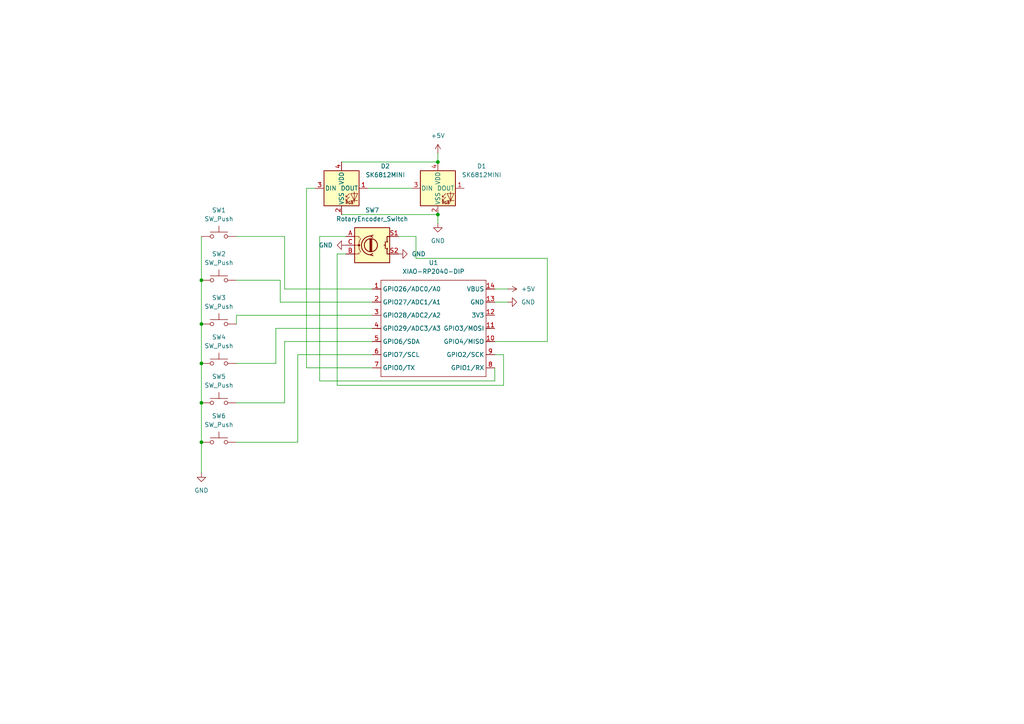
<source format=kicad_sch>
(kicad_sch (version 20250114) (generator "eeschema") (generator_version "9.0")
  (paper "A4")
  (lib_symbols
    (symbol "Device:RotaryEncoder_Switch" (pin_names (offset 0.254) (hide yes))
      (property "Reference" "SW" (at 0 6.604 0))
      (property "Value" "RotaryEncoder_Switch" (at 0 -6.604 0))
      (symbol "RotaryEncoder_Switch_0_1"
        (rectangle (start -5.08 5.08) (end 5.08 -5.08) (stroke (width 0.254)) (fill (type background)))
        (polyline (pts (xy -5.08 2.54) (xy -3.81 2.54) (xy -3.81 2.032)))
        (polyline (pts (xy -5.08 0) (xy -3.81 0) (xy -3.81 -1.016) (xy -3.302 -2.032)))
        (polyline (pts (xy -5.08 -2.54) (xy -3.81 -2.54) (xy -3.81 -2.032)))
        (polyline (pts (xy -4.318 0) (xy -3.81 0) (xy -3.81 1.016) (xy -3.302 2.032)))
        (circle (center -3.81 0) (radius 0.254) (fill (type outline)))
        (polyline (pts (xy -0.635 -1.778) (xy -0.635 1.778)) (stroke (width 0.254)))
        (circle (center -0.381 0) (radius 1.905) (stroke (width 0.254)))
        (polyline (pts (xy -0.381 -1.778) (xy -0.381 1.778)) (stroke (width 0.254)))
        (arc (start -0.381 -2.794) (mid -3.0988 -0.0635) (end -0.381 2.667) (stroke (width 0.254)))
        (polyline (pts (xy -0.127 1.778) (xy -0.127 -1.778)) (stroke (width 0.254)))
        (polyline (pts (xy 0.254 2.921) (xy -0.508 2.667) (xy 0.127 2.286)) (stroke (width 0.254)))
        (polyline (pts (xy 0.254 -3.048) (xy -0.508 -2.794) (xy 0.127 -2.413)) (stroke (width 0.254)))
        (polyline (pts (xy 3.81 1.016) (xy 3.81 -1.016)) (stroke (width 0.254)))
        (polyline (pts (xy 3.81 0) (xy 3.429 0)) (stroke (width 0.254)))
        (circle (center 4.318 1.016) (radius 0.127) (stroke (width 0.254)))
        (circle (center 4.318 -1.016) (radius 0.127) (stroke (width 0.254)))
        (polyline (pts (xy 5.08 2.54) (xy 4.318 2.54) (xy 4.318 1.016)) (stroke (width 0.254)))
        (polyline (pts (xy 5.08 -2.54) (xy 4.318 -2.54) (xy 4.318 -1.016)) (stroke (width 0.254)))
      )
      (symbol "RotaryEncoder_Switch_1_1"
        (pin passive line (at -7.62 2.54 0) (length 2.54) (name "A") (number "A"))
        (pin passive line (at -7.62 0 0) (length 2.54) (name "C") (number "C"))
        (pin passive line (at -7.62 -2.54 0) (length 2.54) (name "B") (number "B"))
        (pin passive line (at 7.62 2.54 180) (length 2.54) (name "S1") (number "S1"))
        (pin passive line (at 7.62 -2.54 180) (length 2.54) (name "S2") (number "S2"))
      )
    )
    (symbol "LED:SK6812MINI" (pin_names (offset 0.254))
      (property "Reference" "D" (at 5.08 5.715 0))
      (property "Value" "SK6812MINI" (at 1.27 -5.715 0))
      (symbol "SK6812MINI_0_0"
        (text "RGB" (at 2.286 -4.191 0) (effects (font (size 0.762 0.762))))
      )
      (symbol "SK6812MINI_0_1"
        (polyline (pts (xy 1.27 -2.54) (xy 1.778 -2.54)))
        (polyline (pts (xy 1.27 -3.556) (xy 1.778 -3.556)))
        (polyline (pts (xy 2.286 -1.524) (xy 1.27 -2.54) (xy 1.27 -2.032)))
        (polyline (pts (xy 2.286 -2.54) (xy 1.27 -3.556) (xy 1.27 -3.048)))
        (polyline (pts (xy 3.683 -1.016) (xy 3.683 -3.556) (xy 3.683 -4.064)))
        (polyline (pts (xy 4.699 -1.524) (xy 2.667 -1.524) (xy 3.683 -3.556) (xy 4.699 -1.524)))
        (polyline (pts (xy 4.699 -3.556) (xy 2.667 -3.556)))
        (rectangle (start 5.08 5.08) (end -5.08 -5.08) (stroke (width 0.254)) (fill (type background)))
      )
      (symbol "SK6812MINI_1_1"
        (pin input line (at -7.62 0 0) (length 2.54) (name "DIN") (number "3"))
        (pin power_in line (at 0 7.62 270) (length 2.54) (name "VDD") (number "4"))
        (pin power_in line (at 0 -7.62 90) (length 2.54) (name "VSS") (number "2"))
        (pin output line (at 7.62 0 180) (length 2.54) (name "DOUT") (number "1"))
      )
    )
    (symbol "OPL:XIAO-RP2040-DIP"
      (property "Reference" "U" (at 0 0 0))
      (property "Value" "XIAO-RP2040-DIP" (at 5.334 -1.778 0))
      (symbol "XIAO-RP2040-DIP_1_0"
        (polyline (pts (xy -1.27 -2.54) (xy 29.21 -2.54)) (stroke (width 0.1524)))
        (polyline (pts (xy -1.27 -5.08) (xy -2.54 -5.08)) (stroke (width 0.1524)))
        (polyline (pts (xy -1.27 -5.08) (xy -1.27 -2.54)) (stroke (width 0.1524)))
        (polyline (pts (xy -1.27 -8.89) (xy -2.54 -8.89)) (stroke (width 0.1524)))
        (polyline (pts (xy -1.27 -8.89) (xy -1.27 -5.08)) (stroke (width 0.1524)))
        (polyline (pts (xy -1.27 -12.7) (xy -2.54 -12.7)) (stroke (width 0.1524)))
        (polyline (pts (xy -1.27 -12.7) (xy -1.27 -8.89)) (stroke (width 0.1524)))
        (polyline (pts (xy -1.27 -16.51) (xy -2.54 -16.51)) (stroke (width 0.1524)))
        (polyline (pts (xy -1.27 -16.51) (xy -1.27 -12.7)) (stroke (width 0.1524)))
        (polyline (pts (xy -1.27 -20.32) (xy -2.54 -20.32)) (stroke (width 0.1524)))
        (polyline (pts (xy -1.27 -24.13) (xy -2.54 -24.13)) (stroke (width 0.1524)))
        (polyline (pts (xy -1.27 -27.94) (xy -2.54 -27.94)) (stroke (width 0.1524)))
        (polyline (pts (xy -1.27 -30.48) (xy -1.27 -16.51)) (stroke (width 0.1524)))
        (polyline (pts (xy 29.21 -2.54) (xy 29.21 -5.08)) (stroke (width 0.1524)))
        (polyline (pts (xy 29.21 -5.08) (xy 29.21 -8.89)) (stroke (width 0.1524)))
        (polyline (pts (xy 29.21 -8.89) (xy 29.21 -12.7)) (stroke (width 0.1524)))
        (polyline (pts (xy 29.21 -12.7) (xy 29.21 -30.48)) (stroke (width 0.1524)))
        (polyline (pts (xy 29.21 -30.48) (xy -1.27 -30.48)) (stroke (width 0.1524)))
        (polyline (pts (xy 30.48 -5.08) (xy 29.21 -5.08)) (stroke (width 0.1524)))
        (polyline (pts (xy 30.48 -8.89) (xy 29.21 -8.89)) (stroke (width 0.1524)))
        (polyline (pts (xy 30.48 -12.7) (xy 29.21 -12.7)) (stroke (width 0.1524)))
        (polyline (pts (xy 30.48 -16.51) (xy 29.21 -16.51)) (stroke (width 0.1524)))
        (polyline (pts (xy 30.48 -20.32) (xy 29.21 -20.32)) (stroke (width 0.1524)))
        (polyline (pts (xy 30.48 -24.13) (xy 29.21 -24.13)) (stroke (width 0.1524)))
        (polyline (pts (xy 30.48 -27.94) (xy 29.21 -27.94)) (stroke (width 0.1524)))
        (pin passive line (at -3.81 -5.08 0) (length 2.54) (name "GPIO26/ADC0/A0") (number "1"))
        (pin passive line (at -3.81 -8.89 0) (length 2.54) (name "GPIO27/ADC1/A1") (number "2"))
        (pin passive line (at -3.81 -12.7 0) (length 2.54) (name "GPIO28/ADC2/A2") (number "3"))
        (pin passive line (at -3.81 -16.51 0) (length 2.54) (name "GPIO29/ADC3/A3") (number "4"))
        (pin passive line (at -3.81 -20.32 0) (length 2.54) (name "GPIO6/SDA") (number "5"))
        (pin passive line (at -3.81 -24.13 0) (length 2.54) (name "GPIO7/SCL") (number "6"))
        (pin passive line (at -3.81 -27.94 0) (length 2.54) (name "GPIO0/TX") (number "7"))
        (pin passive line (at 31.75 -5.08 180) (length 2.54) (name "VBUS") (number "14"))
        (pin passive line (at 31.75 -8.89 180) (length 2.54) (name "GND") (number "13"))
        (pin passive line (at 31.75 -12.7 180) (length 2.54) (name "3V3") (number "12"))
        (pin passive line (at 31.75 -16.51 180) (length 2.54) (name "GPIO3/MOSI") (number "11"))
        (pin passive line (at 31.75 -20.32 180) (length 2.54) (name "GPIO4/MISO") (number "10"))
        (pin passive line (at 31.75 -24.13 180) (length 2.54) (name "GPIO2/SCK") (number "9"))
        (pin passive line (at 31.75 -27.94 180) (length 2.54) (name "GPIO1/RX") (number "8"))
      )
    )
    (symbol "Switch:SW_Push" (pin_numbers (hide yes)) (pin_names (offset 1.016) (hide yes))
      (property "Reference" "SW" (at 1.27 2.54 0))
      (property "Value" "SW_Push" (at 0 -1.524 0))
      (symbol "SW_Push_0_1"
        (circle (center -2.032 0) (radius 0.508))
        (polyline (pts (xy 0 1.27) (xy 0 3.048)))
        (circle (center 2.032 0) (radius 0.508))
        (polyline (pts (xy 2.54 1.27) (xy -2.54 1.27)))
        (pin passive line (at -5.08 0 0) (length 2.54) (name "1") (number "1"))
        (pin passive line (at 5.08 0 180) (length 2.54) (name "2") (number "2"))
      )
    )
    (symbol "power:+5V" (power) (pin_numbers (hide yes)) (pin_names (offset 0) (hide yes))
      (property "Value" "+5V" (at 0 3.556 0))
      (symbol "+5V_0_1"
        (polyline (pts (xy -0.762 1.27) (xy 0 2.54)))
        (polyline (pts (xy 0 2.54) (xy 0.762 1.27)))
        (polyline (pts (xy 0 0) (xy 0 2.54)))
      )
      (symbol "+5V_1_1"
        (pin power_in line (at 0 0 90) (length 0) (name "~") (number "1"))
      )
    )
    (symbol "power:GND" (power) (pin_numbers (hide yes)) (pin_names (offset 0) (hide yes))
      (property "Value" "GND" (at 0 -3.81 0))
      (symbol "GND_0_1"
        (polyline (pts (xy 0 0) (xy 0 -1.27) (xy 1.27 -1.27) (xy 0 -2.54) (xy -1.27 -1.27) (xy 0 -1.27)))
      )
      (symbol "GND_1_1"
        (pin power_in line (at 0 0 270) (length 0) (name "~") (number "1"))
      )
    )
  )
  (junction (at 58.42 81.28))
  (junction (at 58.42 128.27))
  (junction (at 58.42 105.41))
  (junction (at 58.42 93.98))
  (junction (at 127 62.23))
  (junction (at 58.42 116.84))
  (junction (at 127 46.99))
  (wire (pts (xy 68.58 91.44) (xy 107.95 91.44)))
  (wire (pts (xy 68.58 81.28) (xy 81.28 81.28)))
  (wire (pts (xy 127 44.45) (xy 127 46.99)))
  (wire (pts (xy 158.75 74.93) (xy 158.75 99.06)))
  (wire (pts (xy 82.55 83.82) (xy 107.95 83.82)))
  (wire (pts (xy 86.36 128.27) (xy 86.36 102.87)))
  (wire (pts (xy 100.33 68.58) (xy 92.71 68.58)))
  (wire (pts (xy 120.65 74.93) (xy 158.75 74.93)))
  (wire (pts (xy 58.42 128.27) (xy 58.42 137.16)))
  (wire (pts (xy 146.05 111.76) (xy 146.05 102.87)))
  (wire (pts (xy 143.51 87.63) (xy 147.32 87.63)))
  (wire (pts (xy 92.71 110.49) (xy 143.51 110.49)))
  (wire (pts (xy 58.42 93.98) (xy 58.42 105.41)))
  (wire (pts (xy 143.51 83.82) (xy 147.32 83.82)))
  (wire (pts (xy 97.79 111.76) (xy 146.05 111.76)))
  (wire (pts (xy 81.28 81.28) (xy 81.28 87.63)))
  (wire (pts (xy 58.42 81.28) (xy 58.42 93.98)))
  (wire (pts (xy 146.05 102.87) (xy 143.51 102.87)))
  (wire (pts (xy 88.9 106.68) (xy 107.95 106.68)))
  (wire (pts (xy 58.42 105.41) (xy 58.42 116.84)))
  (wire (pts (xy 97.79 73.66) (xy 97.79 111.76)))
  (wire (pts (xy 80.01 105.41) (xy 80.01 95.25)))
  (wire (pts (xy 115.57 68.58) (xy 120.65 68.58)))
  (wire (pts (xy 82.55 99.06) (xy 107.95 99.06)))
  (wire (pts (xy 68.58 105.41) (xy 80.01 105.41)))
  (wire (pts (xy 81.28 87.63) (xy 107.95 87.63)))
  (wire (pts (xy 91.44 54.61) (xy 88.9 54.61)))
  (wire (pts (xy 99.06 46.99) (xy 127 46.99)))
  (wire (pts (xy 58.42 116.84) (xy 58.42 128.27)))
  (wire (pts (xy 158.75 99.06) (xy 143.51 99.06)))
  (wire (pts (xy 80.01 95.25) (xy 107.95 95.25)))
  (wire (pts (xy 58.42 68.58) (xy 58.42 81.28)))
  (wire (pts (xy 88.9 54.61) (xy 88.9 106.68)))
  (wire (pts (xy 127 62.23) (xy 127 64.77)))
  (wire (pts (xy 100.33 73.66) (xy 97.79 73.66)))
  (wire (pts (xy 99.06 62.23) (xy 127 62.23)))
  (wire (pts (xy 68.58 128.27) (xy 86.36 128.27)))
  (wire (pts (xy 68.58 68.58) (xy 82.55 68.58)))
  (wire (pts (xy 68.58 93.98) (xy 68.58 91.44)))
  (wire (pts (xy 106.68 54.61) (xy 119.38 54.61)))
  (wire (pts (xy 82.55 99.06) (xy 82.55 116.84)))
  (wire (pts (xy 68.58 116.84) (xy 82.55 116.84)))
  (wire (pts (xy 92.71 68.58) (xy 92.71 110.49)))
  (wire (pts (xy 120.65 68.58) (xy 120.65 74.93)))
  (wire (pts (xy 86.36 102.87) (xy 107.95 102.87)))
  (wire (pts (xy 143.51 110.49) (xy 143.51 106.68)))
  (wire (pts (xy 82.55 68.58) (xy 82.55 83.82)))
  (symbol (lib_id "Switch:SW_Push") (at 63.5 128.27 0) (unit 1)
    (property "Reference" "SW6" (at 63.5 120.65 0))
    (property "Value" "SW_Push" (at 63.5 123.19 0))
    (property "Footprint" "Button_Switch_Keyboard:SW_Cherry_MX_1.00u_PCB" (effects (hide yes)))
    (property "Description" "Push button switch, generic, two pins" (effects (hide yes)))
  )
  (symbol (lib_id "Switch:SW_Push") (at 63.5 116.84 0) (unit 1)
    (property "Reference" "SW5" (at 63.5 109.22 0))
    (property "Value" "SW_Push" (at 63.5 111.76 0))
    (property "Footprint" "Button_Switch_Keyboard:SW_Cherry_MX_1.00u_PCB" (effects (hide yes)))
    (property "Description" "Push button switch, generic, two pins" (effects (hide yes)))
  )
  (symbol (lib_id "power:GND") (at 115.57 73.66 90) (unit 1)
    (property "Reference" "#PWR06" (effects (hide yes)))
    (property "Value" "GND" (at 119.38 73.6599 90) (effects (justify right)))
    (property "Description" "Power symbol creates a global label with name \"GND\" , ground" (effects (hide yes)))
  )
  (symbol (lib_id "power:GND") (at 147.32 87.63 90) (unit 1)
    (property "Reference" "#PWR03" (effects (hide yes)))
    (property "Value" "GND" (at 151.13 87.6299 90) (effects (justify right)))
    (property "Description" "Power symbol creates a global label with name \"GND\" , ground" (effects (hide yes)))
  )
  (symbol (lib_id "Device:RotaryEncoder_Switch") (at 107.95 71.12 0) (unit 1)
    (property "Reference" "SW7" (at 107.95 60.96 0))
    (property "Value" "RotaryEncoder_Switch" (at 107.95 63.5 0))
    (property "Footprint" "encodder:RotaryEncoder_Alps_EC11E-Switch_Vertical_H20mm" (effects (hide yes)))
    (property "Description" "Rotary encoder, dual channel, incremental quadrate outputs, with switch" (effects (hide yes)))
  )
  (symbol (lib_id "Switch:SW_Push") (at 63.5 81.28 0) (unit 1)
    (property "Reference" "SW2" (at 63.5 73.66 0))
    (property "Value" "SW_Push" (at 63.5 76.2 0))
    (property "Footprint" "Button_Switch_Keyboard:SW_Cherry_MX_1.00u_PCB" (effects (hide yes)))
    (property "Description" "Push button switch, generic, two pins" (effects (hide yes)))
  )
  (symbol (lib_id "Switch:SW_Push") (at 63.5 68.58 0) (unit 1)
    (property "Reference" "SW1" (at 63.5 60.96 0))
    (property "Value" "SW_Push" (at 63.5 63.5 0))
    (property "Footprint" "Button_Switch_Keyboard:SW_Cherry_MX_1.00u_PCB" (effects (hide yes)))
    (property "Description" "Push button switch, generic, two pins" (effects (hide yes)))
  )
  (symbol (lib_id "LED:SK6812MINI") (at 99.06 54.61 0) (unit 1)
    (property "Reference" "D2" (at 111.76 48.1898 0))
    (property "Value" "SK6812MINI" (at 111.76 50.7298 0))
    (property "Footprint" "LED_SMD:LED_SK6812MINI_PLCC4_3.5x3.5mm_P1.75mm" (effects (hide yes)))
    (property "Datasheet" "https://cdn-shop.adafruit.com/product-files/2686/SK6812MINI_REV.01-1-2.pdf" (effects (hide yes)))
    (property "Description" "RGB LED with integrated controller" (effects (hide yes)))
  )
  (symbol (lib_id "Switch:SW_Push") (at 63.5 93.98 0) (unit 1)
    (property "Reference" "SW3" (at 63.5 86.36 0))
    (property "Value" "SW_Push" (at 63.5 88.9 0))
    (property "Footprint" "Button_Switch_Keyboard:SW_Cherry_MX_1.00u_PCB" (effects (hide yes)))
    (property "Description" "Push button switch, generic, two pins" (effects (hide yes)))
  )
  (symbol (lib_id "power:GND") (at 100.33 71.12 270) (unit 1)
    (property "Reference" "#PWR07" (effects (hide yes)))
    (property "Value" "GND" (at 96.52 71.1199 90) (effects (justify right)))
    (property "Description" "Power symbol creates a global label with name \"GND\" , ground" (effects (hide yes)))
  )
  (symbol (lib_id "power:+5V") (at 127 44.45 0) (unit 1)
    (property "Reference" "#PWR04" (effects (hide yes)))
    (property "Value" "+5V" (at 127 39.37 0))
    (property "Description" "Power symbol creates a global label with name \"+5V\"" (effects (hide yes)))
  )
  (symbol (lib_id "power:GND") (at 58.42 137.16 0) (unit 1)
    (property "Reference" "#PWR01" (effects (hide yes)))
    (property "Value" "GND" (at 58.42 142.24 0))
    (property "Description" "Power symbol creates a global label with name \"GND\" , ground" (effects (hide yes)))
  )
  (symbol (lib_id "LED:SK6812MINI") (at 127 54.61 0) (unit 1)
    (property "Reference" "D1" (at 139.7 48.1898 0))
    (property "Value" "SK6812MINI" (at 139.7 50.7298 0))
    (property "Footprint" "LED_SMD:LED_SK6812MINI_PLCC4_3.5x3.5mm_P1.75mm" (effects (hide yes)))
    (property "Datasheet" "https://cdn-shop.adafruit.com/product-files/2686/SK6812MINI_REV.01-1-2.pdf" (effects (hide yes)))
    (property "Description" "RGB LED with integrated controller" (effects (hide yes)))
  )
  (symbol (lib_id "Switch:SW_Push") (at 63.5 105.41 0) (unit 1)
    (property "Reference" "SW4" (at 63.5 97.79 0))
    (property "Value" "SW_Push" (at 63.5 100.33 0))
    (property "Footprint" "Button_Switch_Keyboard:SW_Cherry_MX_1.00u_PCB" (effects (hide yes)))
    (property "Description" "Push button switch, generic, two pins" (effects (hide yes)))
  )
  (symbol (lib_id "power:+5V") (at 147.32 83.82 270) (unit 1)
    (property "Reference" "#PWR05" (effects (hide yes)))
    (property "Value" "+5V" (at 151.13 83.8199 90) (effects (justify left)))
    (property "Description" "Power symbol creates a global label with name \"+5V\"" (effects (hide yes)))
  )
  (symbol (lib_id "OPL:XIAO-RP2040-DIP") (at 111.76 78.74 0) (unit 1)
    (property "Reference" "U1" (at 125.73 76.2 0))
    (property "Value" "XIAO-RP2040-DIP" (at 125.73 78.74 0))
    (property "Footprint" "OPL:XIAO-RP2040-DIP" (effects (hide yes)))
  )
  (symbol (lib_id "power:GND") (at 127 64.77 0) (unit 1)
    (property "Reference" "#PWR02" (effects (hide yes)))
    (property "Value" "GND" (at 127 69.85 0))
    (property "Description" "Power symbol creates a global label with name \"GND\" , ground" (effects (hide yes)))
  )
)
</source>
